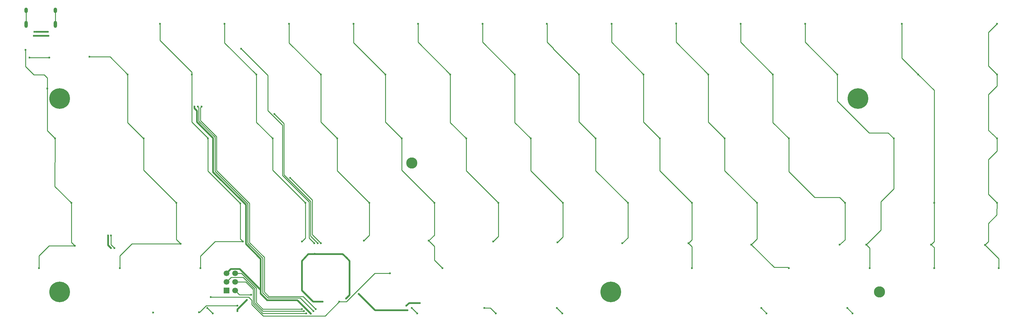
<source format=gbr>
%TF.GenerationSoftware,KiCad,Pcbnew,(5.99.0-2809-gaceed2b0a4)*%
%TF.CreationDate,2020-08-26T23:20:53-04:00*%
%TF.ProjectId,athene-pcb,61746865-6e65-42d7-9063-622e6b696361,rev?*%
%TF.SameCoordinates,Original*%
%TF.FileFunction,Copper,L1,Top*%
%TF.FilePolarity,Positive*%
%FSLAX46Y46*%
G04 Gerber Fmt 4.6, Leading zero omitted, Abs format (unit mm)*
G04 Created by KiCad (PCBNEW (5.99.0-2809-gaceed2b0a4)) date 2020-08-26 23:20:53*
%MOMM*%
%LPD*%
G01*
G04 APERTURE LIST*
%TA.AperFunction,ComponentPad*%
%ADD10C,6.100000*%
%TD*%
%TA.AperFunction,ComponentPad*%
%ADD11C,3.300000*%
%TD*%
%TA.AperFunction,ComponentPad*%
%ADD12O,1.000000X1.600000*%
%TD*%
%TA.AperFunction,ComponentPad*%
%ADD13O,1.000000X2.100000*%
%TD*%
%TA.AperFunction,ComponentPad*%
%ADD14C,1.700000*%
%TD*%
%TA.AperFunction,ComponentPad*%
%ADD15R,1.700000X1.700000*%
%TD*%
%TA.AperFunction,ViaPad*%
%ADD16C,0.600000*%
%TD*%
%TA.AperFunction,Conductor*%
%ADD17C,0.250000*%
%TD*%
%TA.AperFunction,Conductor*%
%ADD18C,0.500000*%
%TD*%
G04 APERTURE END LIST*
D10*
%TO.P,Poker_oval_hole,*%
%TO.N,GND*%
X203200000Y-101600000D03*
%TD*%
D11*
%TO.P,HOLE5,*%
%TO.N,GND*%
X282575000Y-101600000D03*
%TD*%
%TO.P,HOLE5,*%
%TO.N,GND*%
X144462500Y-63500000D03*
%TD*%
D10*
%TO.P,Poker_oval_hole,*%
%TO.N,GND*%
X40481250Y-101600000D03*
%TD*%
%TO.P,Poker_oval_hole,*%
%TO.N,GND*%
X40481250Y-44450000D03*
%TD*%
%TO.P,Poker_oval_hole,*%
%TO.N,GND*%
X276225000Y-44454000D03*
%TD*%
D12*
%TO.P,J1,13,SHIELD*%
%TO.N,Net-(C8-Pad1)*%
X30605000Y-18412500D03*
D13*
X39245000Y-22592500D03*
X30605000Y-22592500D03*
D12*
X39245000Y-18412500D03*
%TD*%
D14*
%TO.P,J2,1,MISO*%
%TO.N,MISO*%
X92329000Y-96139000D03*
%TO.P,J2,2,VCC*%
%TO.N,VCC*%
X89789000Y-96139000D03*
%TO.P,J2,3,SCK*%
%TO.N,SCLK*%
X92329000Y-98679000D03*
%TO.P,J2,4,MOSI*%
%TO.N,MOSI*%
X89789000Y-98679000D03*
%TO.P,J2,5,~RST*%
%TO.N,RST*%
X92329000Y-101219000D03*
D15*
%TO.P,J2,6,GND*%
%TO.N,GND*%
X89789000Y-101219000D03*
%TD*%
D16*
%TO.N,GND*%
X55626000Y-88646000D03*
X146812000Y-104902000D03*
X54825997Y-84963000D03*
X32893000Y-25908000D03*
X37211000Y-25908000D03*
X142875000Y-105737500D03*
%TO.N,ROW0*%
X37465000Y-32385000D03*
X115697000Y-87249000D03*
X94107000Y-29718000D03*
X31623000Y-32385000D03*
%TO.N,ROW1*%
X116713000Y-87249000D03*
X103886000Y-49022000D03*
%TO.N,ROW2*%
X117602000Y-87249000D03*
X108585000Y-67945000D03*
%TO.N,ROW4*%
X138049000Y-96139000D03*
X85090000Y-103124000D03*
X123063000Y-104521000D03*
%TO.N,VCC*%
X115856250Y-90391750D03*
X112014000Y-99837500D03*
X80264000Y-46863000D03*
X101839701Y-104078339D03*
X143192500Y-107061000D03*
X125222000Y-91567000D03*
X95758000Y-104013000D03*
X114681000Y-108077000D03*
X118110000Y-104521000D03*
X125070750Y-103607750D03*
X128778000Y-102235000D03*
X92964000Y-107315000D03*
%TO.N,COL0*%
X36830000Y-41529000D03*
X34417000Y-94615000D03*
X30400000Y-30100000D03*
X43942000Y-75311000D03*
X39116000Y-56261000D03*
X44958000Y-88011000D03*
%TO.N,COL1*%
X74930000Y-75311000D03*
X60579000Y-37338000D03*
X58293000Y-94615000D03*
X65278000Y-56261000D03*
X49276000Y-32131000D03*
X76200000Y-87376000D03*
%TO.N,COL2*%
X84322500Y-56261000D03*
X93853000Y-75438000D03*
X82042000Y-94615000D03*
X94615000Y-86741000D03*
X79502000Y-37338000D03*
X70104000Y-22352000D03*
%TO.N,COL3*%
X112014000Y-86741000D03*
X113030000Y-75311000D03*
X103378000Y-56261000D03*
X98614000Y-37338000D03*
X89154000Y-22352000D03*
%TO.N,COL4*%
X122428000Y-56261000D03*
X131953000Y-75311000D03*
X108204000Y-22352000D03*
X117602000Y-37338000D03*
X130302000Y-86487000D03*
%TO.N,COL5*%
X141478000Y-56261000D03*
X151130000Y-75311000D03*
X149479000Y-86487000D03*
X153543000Y-94615000D03*
X127254000Y-22352000D03*
X136652000Y-37338000D03*
%TO.N,COL6*%
X160528000Y-56261000D03*
X146304000Y-22352000D03*
X168529000Y-86741000D03*
X155829000Y-37338000D03*
X170053000Y-75311000D03*
%TO.N,COL7*%
X174879000Y-37338000D03*
X165354000Y-22352000D03*
X187452000Y-86995000D03*
X179578000Y-56261000D03*
X189103000Y-75311000D03*
%TO.N,COL8*%
X198755000Y-56261000D03*
X184384000Y-22400000D03*
X206629000Y-87249000D03*
X193802000Y-37338000D03*
X208280000Y-75311000D03*
%TO.N,COL9*%
X217678000Y-56261000D03*
X212852000Y-37338000D03*
X227203000Y-94615000D03*
X203484000Y-22352000D03*
X227203000Y-75311000D03*
X226187000Y-87249000D03*
%TO.N,COL10*%
X255778000Y-94615000D03*
X232029000Y-37338000D03*
X222504000Y-22300000D03*
X236855000Y-56261000D03*
X244729000Y-87630000D03*
X246380000Y-75311000D03*
%TO.N,COL11*%
X272415000Y-75311000D03*
X255778000Y-56261000D03*
X241554000Y-22352000D03*
X270764000Y-87630000D03*
X251079000Y-37338000D03*
%TO.N,COL12*%
X286766000Y-56261000D03*
X278638000Y-87630000D03*
X279654000Y-94615000D03*
X270129000Y-37338000D03*
X260604000Y-22400000D03*
%TO.N,COL13*%
X298704000Y-75311000D03*
X298704000Y-94615000D03*
X297815000Y-87630000D03*
X289184000Y-22352000D03*
X294005000Y-37338000D03*
%TO.N,COL14*%
X317246000Y-75311000D03*
X317754000Y-94615000D03*
X317246000Y-22352000D03*
X317246000Y-56261000D03*
X313690000Y-87757000D03*
X317246000Y-37338000D03*
%TO.N,RST*%
X56642000Y-88646000D03*
X97028000Y-102499000D03*
X55626000Y-84963000D03*
%TO.N,D+*%
X116078000Y-106680000D03*
X82423000Y-46863000D03*
%TO.N,D-*%
X115443000Y-107315000D03*
X81280000Y-46863000D03*
%TO.N,MOSI*%
X112649000Y-107315000D03*
%TO.N,SCLK*%
X113284000Y-107950000D03*
%TO.N,MISO*%
X112014000Y-106680000D03*
%TO.N,VBUS*%
X33100000Y-24800000D03*
X37001000Y-24765000D03*
%TO.N,RGB*%
X68072000Y-107696000D03*
X81661000Y-107687510D03*
X92964000Y-105682210D03*
%TO.N,Net-(RGB1-Pad4)*%
X84137500Y-106362500D03*
X85725000Y-107950000D03*
%TO.N,Net-(RGB2-Pad4)*%
X144462500Y-106362500D03*
X146050000Y-107950000D03*
%TO.N,Net-(RGB3-Pad4)*%
X169291000Y-107950000D03*
X165893750Y-106362500D03*
%TO.N,Net-(RGB4-Pad4)*%
X188912500Y-107950000D03*
X187325000Y-106362500D03*
%TO.N,Net-(RGB5-Pad4)*%
X249237500Y-107950000D03*
X247650000Y-106362500D03*
%TO.N,Net-(RGB6-Pad4)*%
X274637500Y-107950000D03*
X273050000Y-106362500D03*
%TD*%
D17*
%TO.N,ROW4*%
X138049000Y-96139000D02*
X133541843Y-96139000D01*
X133541843Y-96139000D02*
X125159843Y-104521000D01*
X125159843Y-104521000D02*
X123063000Y-104521000D01*
D18*
%TO.N,GND*%
X142875000Y-105737500D02*
X143710500Y-104902000D01*
X54825997Y-84963000D02*
X54825997Y-87845997D01*
X32893000Y-25908000D02*
X36975921Y-25908000D01*
X36975921Y-25908000D02*
X37211000Y-25908000D01*
X143710500Y-104902000D02*
X146812000Y-104902000D01*
X54825997Y-87845997D02*
X55626000Y-88646000D01*
D17*
%TO.N,ROW0*%
X94107000Y-29718000D02*
X101981000Y-37592000D01*
X31623000Y-32385000D02*
X37465000Y-32385000D01*
X106299001Y-52342002D02*
X106299001Y-67184411D01*
X114173000Y-75058410D02*
X114173000Y-85725000D01*
X101981000Y-48024001D02*
X106299001Y-52342002D01*
X101981000Y-37592000D02*
X101981000Y-48024001D01*
X114173000Y-85725000D02*
X115697000Y-87249000D01*
X106299001Y-67184411D02*
X114173000Y-75058410D01*
%TO.N,ROW1*%
X114623010Y-85159010D02*
X114623010Y-74872010D01*
X116713000Y-87249000D02*
X114623010Y-85159010D01*
X114623010Y-74872010D02*
X106749010Y-66998010D01*
X106749010Y-66998010D02*
X106749010Y-51885010D01*
X106749010Y-51885010D02*
X103886000Y-49022000D01*
%TO.N,ROW2*%
X115073020Y-84720020D02*
X117602000Y-87249000D01*
X115073020Y-74433020D02*
X115073020Y-84720020D01*
X108585000Y-67945000D02*
X115073020Y-74433020D01*
%TO.N,ROW4*%
X96266000Y-103124000D02*
X97202991Y-104060991D01*
X118872000Y-108712000D02*
X123063000Y-104521000D01*
X97202992Y-105330992D02*
X100584000Y-108712000D01*
X85090000Y-103124000D02*
X96266000Y-103124000D01*
X100584000Y-108712000D02*
X118872000Y-108712000D01*
X97202991Y-104060991D02*
X97202992Y-105330992D01*
D18*
%TO.N,VCC*%
X99887980Y-91874999D02*
X99887980Y-102120510D01*
X80264000Y-46863000D02*
X80264000Y-47371000D01*
X92964000Y-106807000D02*
X92964000Y-107315000D01*
X112014000Y-99837500D02*
X112014000Y-101219000D01*
X93695999Y-94838999D02*
X99887980Y-101030980D01*
X85801200Y-66215128D02*
X95504000Y-75917928D01*
X95758000Y-104013000D02*
X92964000Y-106807000D01*
X133604000Y-107061000D02*
X128778000Y-102235000D01*
X110678020Y-104074020D02*
X101841490Y-104074020D01*
X124079000Y-90424000D02*
X125222000Y-91567000D01*
X126111000Y-102567500D02*
X125070750Y-103607750D01*
X91089001Y-94838999D02*
X93695999Y-94838999D01*
X112014000Y-92456000D02*
X113919000Y-90424000D01*
X89789000Y-96139000D02*
X91089001Y-94838999D01*
X95504000Y-75917928D02*
X95504000Y-87491019D01*
X113919000Y-90424000D02*
X124079000Y-90424000D01*
X126111000Y-92456000D02*
X126111000Y-102489000D01*
X115316000Y-104521000D02*
X118110000Y-104521000D01*
X81026000Y-48133000D02*
X81026000Y-51409600D01*
X126111000Y-102489000D02*
X126111000Y-102567500D01*
X80264000Y-47371000D02*
X81026000Y-48133000D01*
X143129000Y-107061000D02*
X133604000Y-107061000D01*
X112014000Y-99837500D02*
X112014000Y-92456000D01*
X125222000Y-91567000D02*
X126111000Y-92456000D01*
X85801200Y-56184800D02*
X85801200Y-66215128D01*
X81026000Y-51409600D02*
X85801200Y-56184800D01*
X101841490Y-104074020D02*
X99887980Y-102120510D01*
X95504000Y-87491019D02*
X99887980Y-91874999D01*
X112014000Y-101219000D02*
X115316000Y-104521000D01*
X99887980Y-101030980D02*
X99887980Y-102120510D01*
X114681000Y-108077000D02*
X110678020Y-104074020D01*
D17*
%TO.N,COL0*%
X30400000Y-35000000D02*
X30400000Y-30100000D01*
X36830000Y-38354000D02*
X35941000Y-37465000D01*
X34417000Y-90932000D02*
X37338000Y-88011000D01*
X36830000Y-53975000D02*
X36830000Y-38354000D01*
X34417000Y-94615000D02*
X34417000Y-90932000D01*
X44958000Y-88011000D02*
X43942000Y-86995000D01*
X37338000Y-88011000D02*
X44958000Y-88011000D01*
X32865000Y-37465000D02*
X30400000Y-35000000D01*
X39116000Y-56261000D02*
X36830000Y-53975000D01*
X39100000Y-70469000D02*
X43942000Y-75311000D01*
X35941000Y-37465000D02*
X32865000Y-37465000D01*
X39116000Y-56261000D02*
X39100000Y-70469000D01*
X43942000Y-86995000D02*
X43942000Y-75311000D01*
X30400000Y-30433000D02*
X30400000Y-30100000D01*
%TO.N,COL1*%
X61849000Y-87376000D02*
X76200000Y-87376000D01*
X60579000Y-37338000D02*
X60579000Y-51562000D01*
X65278000Y-65659000D02*
X74930000Y-75311000D01*
X65261249Y-56244249D02*
X65261249Y-56261000D01*
X58293000Y-90932000D02*
X61849000Y-87376000D01*
X60579000Y-37338000D02*
X55372000Y-32131000D01*
X74914000Y-75300000D02*
X74930000Y-75311000D01*
X55372000Y-32131000D02*
X49276000Y-32131000D01*
X65278000Y-56388000D02*
X65278000Y-56261000D01*
X65278000Y-56261000D02*
X65278000Y-65659000D01*
X74930000Y-86106000D02*
X76200000Y-87376000D01*
X58293000Y-94615000D02*
X58293000Y-90932000D01*
X74930000Y-75311000D02*
X74930000Y-86106000D01*
X60579000Y-51562000D02*
X65261249Y-56244249D01*
%TO.N,COL2*%
X93853000Y-85979000D02*
X94615000Y-86741000D01*
X82042000Y-94615000D02*
X82042000Y-91059000D01*
X79502000Y-36703000D02*
X70104000Y-27305000D01*
X79502000Y-51430250D02*
X79502000Y-37338000D01*
X82042000Y-91059000D02*
X86360000Y-86741000D01*
X84322500Y-65907500D02*
X93853000Y-75438000D01*
X84328000Y-56261000D02*
X84328000Y-56256250D01*
X70104000Y-27305000D02*
X70104000Y-22352000D01*
X93853000Y-75438000D02*
X93853000Y-85979000D01*
X86360000Y-86741000D02*
X94615000Y-86741000D01*
X84328000Y-56256250D02*
X79502000Y-51430250D01*
X84322500Y-56261000D02*
X84322500Y-65907500D01*
X79502000Y-37338000D02*
X79502000Y-36703000D01*
%TO.N,COL3*%
X113030000Y-85725000D02*
X112014000Y-86741000D01*
X113030000Y-75311000D02*
X113030000Y-85725000D01*
X89154000Y-28067000D02*
X89154000Y-22352000D01*
X98614000Y-37338000D02*
X98587000Y-37338000D01*
X113030000Y-75311000D02*
X103378000Y-65659000D01*
X98614000Y-51497000D02*
X98614000Y-37338000D01*
X103378000Y-56261000D02*
X98614000Y-51497000D01*
X103378000Y-65659000D02*
X103378000Y-56261000D01*
X98587000Y-37338000D02*
X89154000Y-28067000D01*
%TO.N,COL4*%
X122428000Y-56261000D02*
X117602000Y-51435000D01*
X130302000Y-86487000D02*
X131953000Y-84836000D01*
X122428000Y-65786000D02*
X122428000Y-56261000D01*
X117602000Y-37338000D02*
X108204000Y-28067000D01*
X131953000Y-75311000D02*
X122428000Y-65786000D01*
X108204000Y-28067000D02*
X108204000Y-22352000D01*
X117602000Y-51435000D02*
X117602000Y-37338000D01*
X131953000Y-84836000D02*
X131953000Y-75311000D01*
%TO.N,COL5*%
X151130000Y-75311000D02*
X141478000Y-65659000D01*
X151130000Y-84836000D02*
X151130000Y-75311000D01*
X127254000Y-27940000D02*
X127254000Y-22352000D01*
X141478000Y-65659000D02*
X141478000Y-56261000D01*
X141478000Y-56261000D02*
X136652000Y-51435000D01*
X136652000Y-51435000D02*
X136652000Y-37338000D01*
X151130000Y-75311000D02*
X151130000Y-79223498D01*
X149479000Y-86487000D02*
X151130000Y-88138000D01*
X151130000Y-92202000D02*
X151130000Y-88138000D01*
X149479000Y-86487000D02*
X151130000Y-84836000D01*
X153543000Y-94615000D02*
X151130000Y-92202000D01*
X136652000Y-37338000D02*
X127254000Y-27940000D01*
%TO.N,COL6*%
X155829000Y-37338000D02*
X146304000Y-27813000D01*
X146304000Y-27813000D02*
X146304000Y-22352000D01*
X168529000Y-86741000D02*
X170053000Y-85217000D01*
X155829000Y-51562000D02*
X155829000Y-42050000D01*
X160528000Y-56261000D02*
X155829000Y-51562000D01*
X170053000Y-75311000D02*
X160528000Y-65786000D01*
X170053000Y-85217000D02*
X170053000Y-75311000D01*
X155829000Y-37338000D02*
X155829000Y-42037000D01*
X160528000Y-65786000D02*
X160528000Y-56261000D01*
%TO.N,COL7*%
X179578000Y-65786000D02*
X179578000Y-56261000D01*
X179578000Y-56261000D02*
X174879000Y-51562000D01*
X189103000Y-85344000D02*
X189103000Y-75311000D01*
X187452000Y-86995000D02*
X189103000Y-85344000D01*
X189103000Y-75311000D02*
X179578000Y-65786000D01*
X165354000Y-27813000D02*
X165354000Y-22352000D01*
X174879000Y-37338000D02*
X165354000Y-27813000D01*
X174879000Y-51562000D02*
X174879000Y-37338000D01*
%TO.N,COL8*%
X208280000Y-85598000D02*
X208280000Y-75311000D01*
X206629000Y-87249000D02*
X208280000Y-85598000D01*
X186254000Y-29700000D02*
X186254000Y-29790000D01*
X184404000Y-27820000D02*
X186284000Y-29700000D01*
X198755000Y-65786000D02*
X198755000Y-56261000D01*
X198755000Y-56261000D02*
X193802000Y-51308000D01*
X184404000Y-22420000D02*
X184404000Y-27820000D01*
X186254000Y-29790000D02*
X193802000Y-37338000D01*
X208280000Y-75311000D02*
X198755000Y-65786000D01*
X193802000Y-51308000D02*
X193802000Y-37338000D01*
X184384000Y-22400000D02*
X184404000Y-22420000D01*
%TO.N,COL9*%
X227203000Y-75311000D02*
X217678000Y-65786000D01*
X217678000Y-65786000D02*
X217678000Y-56261000D01*
X212852000Y-51435000D02*
X212852000Y-37338000D01*
X226187000Y-87249000D02*
X227203000Y-86233000D01*
X203484000Y-27843000D02*
X203484000Y-22352000D01*
X217678000Y-56261000D02*
X212852000Y-51435000D01*
X212852000Y-37338000D02*
X203484000Y-27843000D01*
X226187000Y-87249000D02*
X227203000Y-88265000D01*
X227203000Y-94615000D02*
X227203000Y-88265000D01*
X227203000Y-86233000D02*
X227203000Y-75311000D01*
%TO.N,COL10*%
X222504000Y-22300000D02*
X222504000Y-27813000D01*
X236855000Y-65786000D02*
X236855000Y-56261000D01*
X236855000Y-56261000D02*
X232029000Y-51435000D01*
X246380000Y-75311000D02*
X246380000Y-85979000D01*
X244729000Y-87630000D02*
X251460000Y-94361000D01*
X251460000Y-94361000D02*
X255524000Y-94361000D01*
X232029000Y-51435000D02*
X232029000Y-37338000D01*
X255524000Y-94361000D02*
X255778000Y-94615000D01*
X222504000Y-27813000D02*
X232029000Y-37338000D01*
X246380000Y-75311000D02*
X236855000Y-65786000D01*
X244729000Y-87630000D02*
X246380000Y-85979000D01*
%TO.N,COL11*%
X272415000Y-75311000D02*
X270764000Y-73660000D01*
X251079000Y-37338000D02*
X241554000Y-27813000D01*
X270764000Y-73660000D02*
X263398000Y-73660000D01*
X255778000Y-56261000D02*
X251079000Y-51562000D01*
X272415000Y-86190758D02*
X272415000Y-75311000D01*
X270764000Y-87630000D02*
X272415000Y-86190758D01*
X241554000Y-27813000D02*
X241554000Y-22352000D01*
X255778000Y-66040000D02*
X255778000Y-56261000D01*
X251079000Y-51562000D02*
X251079000Y-37338000D01*
X263398000Y-73660000D02*
X255778000Y-66040000D01*
%TO.N,COL12*%
X286766000Y-56261000D02*
X285115000Y-54610000D01*
X279654000Y-94615000D02*
X279654000Y-88773000D01*
X285115000Y-54610000D02*
X279527000Y-54610000D01*
X282956000Y-74930000D02*
X286766000Y-71120000D01*
X286766000Y-71120000D02*
X286766000Y-56261000D01*
X278638000Y-87630000D02*
X282956000Y-83312000D01*
X279527000Y-54610000D02*
X270129000Y-45212000D01*
X260604000Y-27813000D02*
X260604000Y-22400000D01*
X270129000Y-37338000D02*
X260604000Y-27813000D01*
X278638000Y-87630000D02*
X279654000Y-88646000D01*
X279654000Y-88646000D02*
X279654000Y-88773000D01*
X282956000Y-83312000D02*
X282956000Y-74930000D01*
X270129000Y-45212000D02*
X270129000Y-37338000D01*
%TO.N,COL13*%
X297815000Y-87630000D02*
X298704000Y-88519000D01*
X297815000Y-87630000D02*
X298704000Y-86741000D01*
X298704000Y-42037000D02*
X294005000Y-37338000D01*
X294005000Y-37338000D02*
X289184000Y-32517000D01*
X298704000Y-88519000D02*
X298704000Y-94615000D01*
X298704000Y-75311000D02*
X298704000Y-42037000D01*
X298704000Y-86741000D02*
X298704000Y-75311000D01*
X289184000Y-32517000D02*
X289184000Y-22352000D01*
%TO.N,COL14*%
X314706000Y-43307000D02*
X317246000Y-40767000D01*
X314706000Y-34798000D02*
X314706000Y-24892000D01*
X317200000Y-78900000D02*
X317246000Y-75311000D01*
X313690000Y-87757000D02*
X314706000Y-86741000D01*
X317246000Y-40767000D02*
X317246000Y-37338000D01*
X314706000Y-72771000D02*
X314706000Y-62494000D01*
X317246000Y-59954000D02*
X317246000Y-56261000D01*
X317754000Y-94615000D02*
X317754000Y-91821000D01*
X317246000Y-37338000D02*
X314706000Y-34798000D01*
X314706000Y-62494000D02*
X317246000Y-59954000D01*
X314706000Y-81394000D02*
X317200000Y-78900000D01*
X314706000Y-86741000D02*
X314706000Y-81394000D01*
X317246000Y-75311000D02*
X314706000Y-72771000D01*
X314706000Y-24892000D02*
X317246000Y-22352000D01*
X317754000Y-91821000D02*
X313690000Y-87757000D01*
X317246000Y-56261000D02*
X314706000Y-53848000D01*
X314706000Y-53848000D02*
X314706000Y-43307000D01*
%TO.N,RST*%
X97018000Y-102489000D02*
X97028000Y-102499000D01*
X92329000Y-101219000D02*
X93609000Y-102499000D01*
X55626000Y-84963000D02*
X55626000Y-87630000D01*
X97028000Y-102499000D02*
X93609000Y-102499000D01*
X55626000Y-87630000D02*
X56642000Y-88646000D01*
%TO.N,D+*%
X100962981Y-91429720D02*
X96579001Y-87045740D01*
X82051020Y-47234980D02*
X82423000Y-46863000D01*
X82051020Y-50985024D02*
X82051020Y-47234980D01*
X96579001Y-75472649D02*
X86826220Y-65719868D01*
X86826219Y-55760223D02*
X82051020Y-50985024D01*
X100962981Y-101675229D02*
X100962981Y-91429720D01*
X102241099Y-102953347D02*
X100962981Y-101675229D01*
X86826220Y-65719868D02*
X86826219Y-55760223D01*
X112351347Y-102953347D02*
X102241099Y-102953347D01*
X96579001Y-87045740D02*
X96579001Y-75472649D01*
X116078000Y-106680000D02*
X112351347Y-102953347D01*
%TO.N,D-*%
X115443000Y-107315000D02*
X111581338Y-103453338D01*
X100462990Y-91636823D02*
X96079010Y-87252843D01*
X96079010Y-87252843D02*
X96079010Y-75679752D01*
X111581338Y-103453338D02*
X102033982Y-103453338D01*
X81601010Y-47184010D02*
X81280000Y-46863000D01*
X100462990Y-101882346D02*
X100462990Y-91636823D01*
X86376210Y-65976952D02*
X86376210Y-55946624D01*
X96079010Y-75679752D02*
X86376210Y-65976952D01*
X81601010Y-51171424D02*
X81601010Y-47184010D01*
X102033982Y-103453338D02*
X100462990Y-101882346D01*
X86376210Y-55946624D02*
X81601010Y-51171424D01*
%TO.N,Net-(C8-Pad1)*%
X39245000Y-22592500D02*
X39245000Y-18412500D01*
X30605000Y-22592500D02*
X30605000Y-18412500D01*
%TO.N,MOSI*%
X98103011Y-100695607D02*
X94721405Y-97314001D01*
X112649000Y-107315000D02*
X100459820Y-107315000D01*
X91153999Y-97314001D02*
X89789000Y-98679000D01*
X94721405Y-97314001D02*
X91153999Y-97314001D01*
X100459820Y-107315000D02*
X98103011Y-104958191D01*
X98103011Y-104958191D02*
X98103011Y-100695607D01*
%TO.N,SCLK*%
X113284000Y-107950000D02*
X100458410Y-107950000D01*
X100458410Y-107950000D02*
X97653001Y-105144591D01*
X97653001Y-105144591D02*
X97653001Y-100882007D01*
X97653001Y-100882007D02*
X95449994Y-98679000D01*
X95449994Y-98679000D02*
X92329000Y-98679000D01*
%TO.N,MISO*%
X98553021Y-100509207D02*
X94182814Y-96139000D01*
X100461230Y-106680000D02*
X98553021Y-104771791D01*
X112014000Y-106680000D02*
X100461230Y-106680000D01*
X98553021Y-104771791D02*
X98553021Y-100509207D01*
X94182814Y-96139000D02*
X92329000Y-96139000D01*
D18*
%TO.N,VBUS*%
X37001000Y-24765000D02*
X33401000Y-24765000D01*
D17*
%TO.N,RGB*%
X81792245Y-107687510D02*
X83797545Y-105682210D01*
X92908710Y-105737500D02*
X92964000Y-105682210D01*
X83797545Y-105682210D02*
X92964000Y-105682210D01*
X81661000Y-107687510D02*
X81792245Y-107687510D01*
%TO.N,Net-(RGB1-Pad4)*%
X85725000Y-107950000D02*
X84137500Y-106362500D01*
%TO.N,Net-(RGB2-Pad4)*%
X146050000Y-107950000D02*
X144462500Y-106362500D01*
%TO.N,Net-(RGB3-Pad4)*%
X167703500Y-106362500D02*
X169291000Y-107950000D01*
X165893750Y-106362500D02*
X167703500Y-106362500D01*
%TO.N,Net-(RGB4-Pad4)*%
X187325000Y-106362500D02*
X188912500Y-107950000D01*
%TO.N,Net-(RGB5-Pad4)*%
X249237500Y-107950000D02*
X247650000Y-106362500D01*
%TO.N,Net-(RGB6-Pad4)*%
X274637500Y-107950000D02*
X273050000Y-106362500D01*
%TD*%
M02*

</source>
